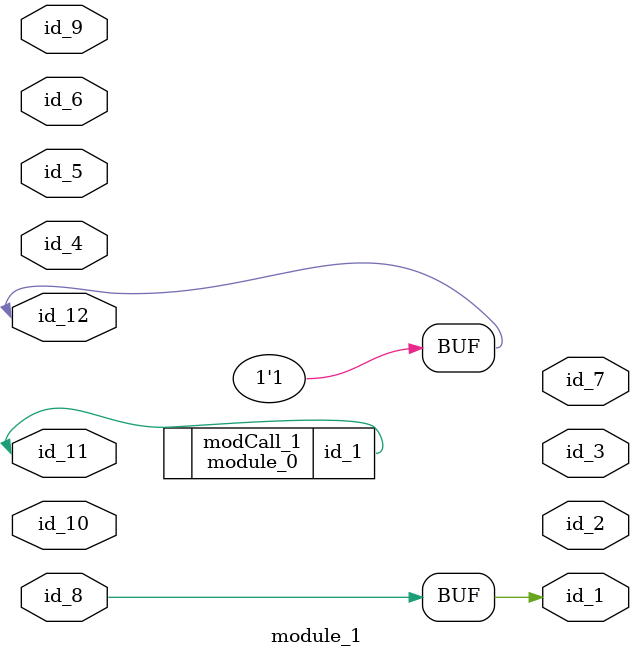
<source format=v>
module module_0 (
    id_1
);
  output wire id_1;
  wire id_3;
endmodule
module module_1 (
    id_1,
    id_2,
    id_3,
    id_4,
    id_5,
    id_6,
    id_7,
    id_8,
    id_9,
    id_10,
    id_11,
    id_12
);
  inout wire id_12;
  inout wire id_11;
  input wire id_10;
  inout wire id_9;
  input wire id_8;
  output wire id_7;
  inout wire id_6;
  inout wire id_5;
  inout wire id_4;
  output wire id_3;
  output wire id_2;
  output wire id_1;
  assign id_1  = id_8;
  assign id_12 = 1;
  module_0 modCall_1 (id_11);
endmodule

</source>
